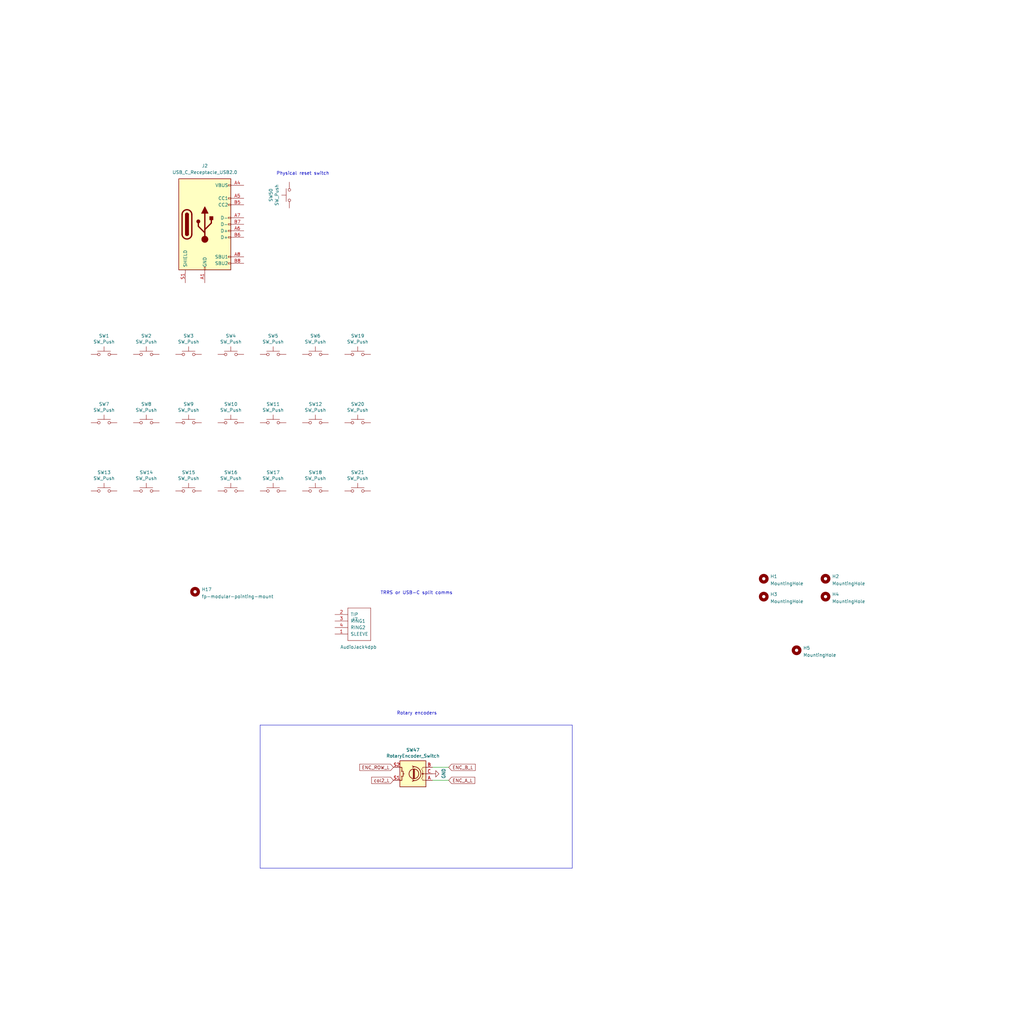
<source format=kicad_sch>
(kicad_sch (version 20230121) (generator eeschema)

  (uuid 61fe293f-6808-4b7f-9340-9aaac7054a97)

  (paper "User" 399.999 399.999)

  (lib_symbols
    (symbol "Connector:USB_C_Receptacle_USB2.0" (pin_names (offset 1.016)) (in_bom yes) (on_board yes)
      (property "Reference" "J" (at -10.16 19.05 0)
        (effects (font (size 1.27 1.27)) (justify left))
      )
      (property "Value" "USB_C_Receptacle_USB2.0" (at 19.05 19.05 0)
        (effects (font (size 1.27 1.27)) (justify right))
      )
      (property "Footprint" "" (at 3.81 0 0)
        (effects (font (size 1.27 1.27)) hide)
      )
      (property "Datasheet" "https://www.usb.org/sites/default/files/documents/usb_type-c.zip" (at 3.81 0 0)
        (effects (font (size 1.27 1.27)) hide)
      )
      (property "ki_keywords" "usb universal serial bus type-C USB2.0" (at 0 0 0)
        (effects (font (size 1.27 1.27)) hide)
      )
      (property "ki_description" "USB 2.0-only Type-C Receptacle connector" (at 0 0 0)
        (effects (font (size 1.27 1.27)) hide)
      )
      (property "ki_fp_filters" "USB*C*Receptacle*" (at 0 0 0)
        (effects (font (size 1.27 1.27)) hide)
      )
      (symbol "USB_C_Receptacle_USB2.0_0_0"
        (rectangle (start -0.254 -17.78) (end 0.254 -16.764)
          (stroke (width 0) (type default))
          (fill (type none))
        )
        (rectangle (start 10.16 -14.986) (end 9.144 -15.494)
          (stroke (width 0) (type default))
          (fill (type none))
        )
        (rectangle (start 10.16 -12.446) (end 9.144 -12.954)
          (stroke (width 0) (type default))
          (fill (type none))
        )
        (rectangle (start 10.16 -4.826) (end 9.144 -5.334)
          (stroke (width 0) (type default))
          (fill (type none))
        )
        (rectangle (start 10.16 -2.286) (end 9.144 -2.794)
          (stroke (width 0) (type default))
          (fill (type none))
        )
        (rectangle (start 10.16 0.254) (end 9.144 -0.254)
          (stroke (width 0) (type default))
          (fill (type none))
        )
        (rectangle (start 10.16 2.794) (end 9.144 2.286)
          (stroke (width 0) (type default))
          (fill (type none))
        )
        (rectangle (start 10.16 7.874) (end 9.144 7.366)
          (stroke (width 0) (type default))
          (fill (type none))
        )
        (rectangle (start 10.16 10.414) (end 9.144 9.906)
          (stroke (width 0) (type default))
          (fill (type none))
        )
        (rectangle (start 10.16 15.494) (end 9.144 14.986)
          (stroke (width 0) (type default))
          (fill (type none))
        )
      )
      (symbol "USB_C_Receptacle_USB2.0_0_1"
        (rectangle (start -10.16 17.78) (end 10.16 -17.78)
          (stroke (width 0.254) (type default))
          (fill (type background))
        )
        (arc (start -8.89 -3.81) (mid -6.985 -5.7067) (end -5.08 -3.81)
          (stroke (width 0.508) (type default))
          (fill (type none))
        )
        (arc (start -7.62 -3.81) (mid -6.985 -4.4423) (end -6.35 -3.81)
          (stroke (width 0.254) (type default))
          (fill (type none))
        )
        (arc (start -7.62 -3.81) (mid -6.985 -4.4423) (end -6.35 -3.81)
          (stroke (width 0.254) (type default))
          (fill (type outline))
        )
        (rectangle (start -7.62 -3.81) (end -6.35 3.81)
          (stroke (width 0.254) (type default))
          (fill (type outline))
        )
        (arc (start -6.35 3.81) (mid -6.985 4.4423) (end -7.62 3.81)
          (stroke (width 0.254) (type default))
          (fill (type none))
        )
        (arc (start -6.35 3.81) (mid -6.985 4.4423) (end -7.62 3.81)
          (stroke (width 0.254) (type default))
          (fill (type outline))
        )
        (arc (start -5.08 3.81) (mid -6.985 5.7067) (end -8.89 3.81)
          (stroke (width 0.508) (type default))
          (fill (type none))
        )
        (circle (center -2.54 1.143) (radius 0.635)
          (stroke (width 0.254) (type default))
          (fill (type outline))
        )
        (circle (center 0 -5.842) (radius 1.27)
          (stroke (width 0) (type default))
          (fill (type outline))
        )
        (polyline
          (pts
            (xy -8.89 -3.81)
            (xy -8.89 3.81)
          )
          (stroke (width 0.508) (type default))
          (fill (type none))
        )
        (polyline
          (pts
            (xy -5.08 3.81)
            (xy -5.08 -3.81)
          )
          (stroke (width 0.508) (type default))
          (fill (type none))
        )
        (polyline
          (pts
            (xy 0 -5.842)
            (xy 0 4.318)
          )
          (stroke (width 0.508) (type default))
          (fill (type none))
        )
        (polyline
          (pts
            (xy 0 -3.302)
            (xy -2.54 -0.762)
            (xy -2.54 0.508)
          )
          (stroke (width 0.508) (type default))
          (fill (type none))
        )
        (polyline
          (pts
            (xy 0 -2.032)
            (xy 2.54 0.508)
            (xy 2.54 1.778)
          )
          (stroke (width 0.508) (type default))
          (fill (type none))
        )
        (polyline
          (pts
            (xy -1.27 4.318)
            (xy 0 6.858)
            (xy 1.27 4.318)
            (xy -1.27 4.318)
          )
          (stroke (width 0.254) (type default))
          (fill (type outline))
        )
        (rectangle (start 1.905 1.778) (end 3.175 3.048)
          (stroke (width 0.254) (type default))
          (fill (type outline))
        )
      )
      (symbol "USB_C_Receptacle_USB2.0_1_1"
        (pin passive line (at 0 -22.86 90) (length 5.08)
          (name "GND" (effects (font (size 1.27 1.27))))
          (number "A1" (effects (font (size 1.27 1.27))))
        )
        (pin passive line (at 0 -22.86 90) (length 5.08) hide
          (name "GND" (effects (font (size 1.27 1.27))))
          (number "A12" (effects (font (size 1.27 1.27))))
        )
        (pin passive line (at 15.24 15.24 180) (length 5.08)
          (name "VBUS" (effects (font (size 1.27 1.27))))
          (number "A4" (effects (font (size 1.27 1.27))))
        )
        (pin bidirectional line (at 15.24 10.16 180) (length 5.08)
          (name "CC1" (effects (font (size 1.27 1.27))))
          (number "A5" (effects (font (size 1.27 1.27))))
        )
        (pin bidirectional line (at 15.24 -2.54 180) (length 5.08)
          (name "D+" (effects (font (size 1.27 1.27))))
          (number "A6" (effects (font (size 1.27 1.27))))
        )
        (pin bidirectional line (at 15.24 2.54 180) (length 5.08)
          (name "D-" (effects (font (size 1.27 1.27))))
          (number "A7" (effects (font (size 1.27 1.27))))
        )
        (pin bidirectional line (at 15.24 -12.7 180) (length 5.08)
          (name "SBU1" (effects (font (size 1.27 1.27))))
          (number "A8" (effects (font (size 1.27 1.27))))
        )
        (pin passive line (at 15.24 15.24 180) (length 5.08) hide
          (name "VBUS" (effects (font (size 1.27 1.27))))
          (number "A9" (effects (font (size 1.27 1.27))))
        )
        (pin passive line (at 0 -22.86 90) (length 5.08) hide
          (name "GND" (effects (font (size 1.27 1.27))))
          (number "B1" (effects (font (size 1.27 1.27))))
        )
        (pin passive line (at 0 -22.86 90) (length 5.08) hide
          (name "GND" (effects (font (size 1.27 1.27))))
          (number "B12" (effects (font (size 1.27 1.27))))
        )
        (pin passive line (at 15.24 15.24 180) (length 5.08) hide
          (name "VBUS" (effects (font (size 1.27 1.27))))
          (number "B4" (effects (font (size 1.27 1.27))))
        )
        (pin bidirectional line (at 15.24 7.62 180) (length 5.08)
          (name "CC2" (effects (font (size 1.27 1.27))))
          (number "B5" (effects (font (size 1.27 1.27))))
        )
        (pin bidirectional line (at 15.24 -5.08 180) (length 5.08)
          (name "D+" (effects (font (size 1.27 1.27))))
          (number "B6" (effects (font (size 1.27 1.27))))
        )
        (pin bidirectional line (at 15.24 0 180) (length 5.08)
          (name "D-" (effects (font (size 1.27 1.27))))
          (number "B7" (effects (font (size 1.27 1.27))))
        )
        (pin bidirectional line (at 15.24 -15.24 180) (length 5.08)
          (name "SBU2" (effects (font (size 1.27 1.27))))
          (number "B8" (effects (font (size 1.27 1.27))))
        )
        (pin passive line (at 15.24 15.24 180) (length 5.08) hide
          (name "VBUS" (effects (font (size 1.27 1.27))))
          (number "B9" (effects (font (size 1.27 1.27))))
        )
        (pin passive line (at -7.62 -22.86 90) (length 5.08)
          (name "SHIELD" (effects (font (size 1.27 1.27))))
          (number "S1" (effects (font (size 1.27 1.27))))
        )
      )
    )
    (symbol "Mechanical:MountingHole" (pin_names (offset 1.016)) (in_bom yes) (on_board yes)
      (property "Reference" "H" (at 0 5.08 0)
        (effects (font (size 1.27 1.27)))
      )
      (property "Value" "MountingHole" (at 0 3.175 0)
        (effects (font (size 1.27 1.27)))
      )
      (property "Footprint" "" (at 0 0 0)
        (effects (font (size 1.27 1.27)) hide)
      )
      (property "Datasheet" "~" (at 0 0 0)
        (effects (font (size 1.27 1.27)) hide)
      )
      (property "ki_keywords" "mounting hole" (at 0 0 0)
        (effects (font (size 1.27 1.27)) hide)
      )
      (property "ki_description" "Mounting Hole without connection" (at 0 0 0)
        (effects (font (size 1.27 1.27)) hide)
      )
      (property "ki_fp_filters" "MountingHole*" (at 0 0 0)
        (effects (font (size 1.27 1.27)) hide)
      )
      (symbol "MountingHole_0_1"
        (circle (center 0 0) (radius 1.27)
          (stroke (width 1.27) (type default))
          (fill (type none))
        )
      )
    )
    (symbol "Switch:SW_Push" (pin_numbers hide) (pin_names (offset 1.016) hide) (in_bom yes) (on_board yes)
      (property "Reference" "SW" (at 1.27 2.54 0)
        (effects (font (size 1.27 1.27)) (justify left))
      )
      (property "Value" "SW_Push" (at 0 -1.524 0)
        (effects (font (size 1.27 1.27)))
      )
      (property "Footprint" "" (at 0 5.08 0)
        (effects (font (size 1.27 1.27)) hide)
      )
      (property "Datasheet" "~" (at 0 5.08 0)
        (effects (font (size 1.27 1.27)) hide)
      )
      (property "ki_keywords" "switch normally-open pushbutton push-button" (at 0 0 0)
        (effects (font (size 1.27 1.27)) hide)
      )
      (property "ki_description" "Push button switch, generic, two pins" (at 0 0 0)
        (effects (font (size 1.27 1.27)) hide)
      )
      (symbol "SW_Push_0_1"
        (circle (center -2.032 0) (radius 0.508)
          (stroke (width 0) (type default))
          (fill (type none))
        )
        (polyline
          (pts
            (xy 0 1.27)
            (xy 0 3.048)
          )
          (stroke (width 0) (type default))
          (fill (type none))
        )
        (polyline
          (pts
            (xy 2.54 1.27)
            (xy -2.54 1.27)
          )
          (stroke (width 0) (type default))
          (fill (type none))
        )
        (circle (center 2.032 0) (radius 0.508)
          (stroke (width 0) (type default))
          (fill (type none))
        )
        (pin passive line (at -5.08 0 0) (length 2.54)
          (name "1" (effects (font (size 1.27 1.27))))
          (number "1" (effects (font (size 1.27 1.27))))
        )
        (pin passive line (at 5.08 0 180) (length 2.54)
          (name "2" (effects (font (size 1.27 1.27))))
          (number "2" (effects (font (size 1.27 1.27))))
        )
      )
    )
    (symbol "ffkb-rescue:RotaryEncoder_Switch-Device" (pin_names (offset 0.254) hide) (in_bom yes) (on_board yes)
      (property "Reference" "SW" (at 0 6.604 0)
        (effects (font (size 1.27 1.27)))
      )
      (property "Value" "RotaryEncoder_Switch-Device" (at 0 -6.604 0)
        (effects (font (size 1.27 1.27)))
      )
      (property "Footprint" "" (at -3.81 4.064 0)
        (effects (font (size 1.27 1.27)) hide)
      )
      (property "Datasheet" "" (at 0 6.604 0)
        (effects (font (size 1.27 1.27)) hide)
      )
      (property "ki_fp_filters" "RotaryEncoder*Switch*" (at 0 0 0)
        (effects (font (size 1.27 1.27)) hide)
      )
      (symbol "RotaryEncoder_Switch-Device_0_1"
        (rectangle (start -5.08 5.08) (end 5.08 -5.08)
          (stroke (width 0.254) (type default))
          (fill (type background))
        )
        (circle (center -3.81 0) (radius 0.254)
          (stroke (width 0) (type default))
          (fill (type outline))
        )
        (circle (center -0.381 0) (radius 1.905)
          (stroke (width 0.254) (type default))
          (fill (type none))
        )
        (arc (start -0.381 2.667) (mid -3.0988 -0.0635) (end -0.381 -2.794)
          (stroke (width 0.254) (type default))
          (fill (type none))
        )
        (polyline
          (pts
            (xy -0.635 -1.778)
            (xy -0.635 1.778)
          )
          (stroke (width 0.254) (type default))
          (fill (type none))
        )
        (polyline
          (pts
            (xy -0.381 -1.778)
            (xy -0.381 1.778)
          )
          (stroke (width 0.254) (type default))
          (fill (type none))
        )
        (polyline
          (pts
            (xy -0.127 1.778)
            (xy -0.127 -1.778)
          )
          (stroke (width 0.254) (type default))
          (fill (type none))
        )
        (polyline
          (pts
            (xy 3.81 0)
            (xy 3.429 0)
          )
          (stroke (width 0.254) (type default))
          (fill (type none))
        )
        (polyline
          (pts
            (xy 3.81 1.016)
            (xy 3.81 -1.016)
          )
          (stroke (width 0.254) (type default))
          (fill (type none))
        )
        (polyline
          (pts
            (xy -5.08 -2.54)
            (xy -3.81 -2.54)
            (xy -3.81 -2.032)
          )
          (stroke (width 0) (type default))
          (fill (type none))
        )
        (polyline
          (pts
            (xy -5.08 2.54)
            (xy -3.81 2.54)
            (xy -3.81 2.032)
          )
          (stroke (width 0) (type default))
          (fill (type none))
        )
        (polyline
          (pts
            (xy 0.254 -3.048)
            (xy -0.508 -2.794)
            (xy 0.127 -2.413)
          )
          (stroke (width 0.254) (type default))
          (fill (type none))
        )
        (polyline
          (pts
            (xy 0.254 2.921)
            (xy -0.508 2.667)
            (xy 0.127 2.286)
          )
          (stroke (width 0.254) (type default))
          (fill (type none))
        )
        (polyline
          (pts
            (xy 5.08 -2.54)
            (xy 4.318 -2.54)
            (xy 4.318 -1.016)
          )
          (stroke (width 0.254) (type default))
          (fill (type none))
        )
        (polyline
          (pts
            (xy 5.08 2.54)
            (xy 4.318 2.54)
            (xy 4.318 1.016)
          )
          (stroke (width 0.254) (type default))
          (fill (type none))
        )
        (polyline
          (pts
            (xy -5.08 0)
            (xy -3.81 0)
            (xy -3.81 -1.016)
            (xy -3.302 -2.032)
          )
          (stroke (width 0) (type default))
          (fill (type none))
        )
        (polyline
          (pts
            (xy -4.318 0)
            (xy -3.81 0)
            (xy -3.81 1.016)
            (xy -3.302 2.032)
          )
          (stroke (width 0) (type default))
          (fill (type none))
        )
        (circle (center 4.318 -1.016) (radius 0.127)
          (stroke (width 0.254) (type default))
          (fill (type none))
        )
        (circle (center 4.318 1.016) (radius 0.127)
          (stroke (width 0.254) (type default))
          (fill (type none))
        )
      )
      (symbol "RotaryEncoder_Switch-Device_1_1"
        (pin passive line (at -7.62 2.54 0) (length 2.54)
          (name "A" (effects (font (size 1.27 1.27))))
          (number "A" (effects (font (size 1.27 1.27))))
        )
        (pin passive line (at -7.62 -2.54 0) (length 2.54)
          (name "B" (effects (font (size 1.27 1.27))))
          (number "B" (effects (font (size 1.27 1.27))))
        )
        (pin passive line (at -7.62 0 0) (length 2.54)
          (name "C" (effects (font (size 1.27 1.27))))
          (number "C" (effects (font (size 1.27 1.27))))
        )
        (pin passive line (at 7.62 2.54 180) (length 2.54)
          (name "S1" (effects (font (size 1.27 1.27))))
          (number "S1" (effects (font (size 1.27 1.27))))
        )
        (pin passive line (at 7.62 -2.54 180) (length 2.54)
          (name "S2" (effects (font (size 1.27 1.27))))
          (number "S2" (effects (font (size 1.27 1.27))))
        )
      )
    )
    (symbol "keebio:TRRS" (pin_names (offset 1.016)) (in_bom yes) (on_board yes)
      (property "Reference" "U" (at 0 15.24 0)
        (effects (font (size 1.524 1.524)))
      )
      (property "Value" "TRRS" (at 0 -2.54 0)
        (effects (font (size 1.524 1.524)))
      )
      (property "Footprint" "" (at 3.81 0 0)
        (effects (font (size 1.524 1.524)) hide)
      )
      (property "Datasheet" "" (at 3.81 0 0)
        (effects (font (size 1.524 1.524)) hide)
      )
      (symbol "TRRS_0_1"
        (rectangle (start -3.81 0) (end -3.81 12.7)
          (stroke (width 0) (type default))
          (fill (type none))
        )
        (rectangle (start -3.81 12.7) (end 5.08 12.7)
          (stroke (width 0) (type default))
          (fill (type none))
        )
        (rectangle (start 5.08 0) (end -3.81 0)
          (stroke (width 0) (type default))
          (fill (type none))
        )
        (rectangle (start 5.08 12.7) (end 5.08 0)
          (stroke (width 0) (type default))
          (fill (type none))
        )
      )
      (symbol "TRRS_1_1"
        (pin input line (at -8.89 2.54 0) (length 5.08)
          (name "SLEEVE" (effects (font (size 1.27 1.27))))
          (number "1" (effects (font (size 1.27 1.27))))
        )
        (pin input line (at -8.89 10.16 0) (length 5.08)
          (name "TIP" (effects (font (size 1.27 1.27))))
          (number "2" (effects (font (size 1.27 1.27))))
        )
        (pin input line (at -8.89 7.62 0) (length 5.08)
          (name "RING1" (effects (font (size 1.27 1.27))))
          (number "3" (effects (font (size 1.27 1.27))))
        )
        (pin input line (at -8.89 5.08 0) (length 5.08)
          (name "RING2" (effects (font (size 1.27 1.27))))
          (number "4" (effects (font (size 1.27 1.27))))
        )
      )
    )
    (symbol "power:GND" (power) (pin_names (offset 0)) (in_bom yes) (on_board yes)
      (property "Reference" "#PWR" (at 0 -6.35 0)
        (effects (font (size 1.27 1.27)) hide)
      )
      (property "Value" "GND" (at 0 -3.81 0)
        (effects (font (size 1.27 1.27)))
      )
      (property "Footprint" "" (at 0 0 0)
        (effects (font (size 1.27 1.27)) hide)
      )
      (property "Datasheet" "" (at 0 0 0)
        (effects (font (size 1.27 1.27)) hide)
      )
      (property "ki_keywords" "power-flag" (at 0 0 0)
        (effects (font (size 1.27 1.27)) hide)
      )
      (property "ki_description" "Power symbol creates a global label with name \"GND\" , ground" (at 0 0 0)
        (effects (font (size 1.27 1.27)) hide)
      )
      (symbol "GND_0_1"
        (polyline
          (pts
            (xy 0 0)
            (xy 0 -1.27)
            (xy 1.27 -1.27)
            (xy 0 -2.54)
            (xy -1.27 -1.27)
            (xy 0 -1.27)
          )
          (stroke (width 0) (type default))
          (fill (type none))
        )
      )
      (symbol "GND_1_1"
        (pin power_in line (at 0 0 270) (length 0) hide
          (name "GND" (effects (font (size 1.27 1.27))))
          (number "1" (effects (font (size 1.27 1.27))))
        )
      )
    )
  )


  (polyline (pts (xy 223.52 339.09) (xy 223.52 283.21))
    (stroke (width 0) (type default))
    (uuid 41e362e1-f999-4b83-9641-448052b4ebe8)
  )
  (polyline (pts (xy 223.52 283.21) (xy 101.6 283.21))
    (stroke (width 0) (type default))
    (uuid 540dbb06-caf6-4dfe-abd7-cda33e75c9ae)
  )
  (polyline (pts (xy 101.6 339.09) (xy 223.52 339.09))
    (stroke (width 0) (type default))
    (uuid 7e543aee-2c59-45a2-b035-137f47666ff2)
  )
  (polyline (pts (xy 101.6 283.21) (xy 101.6 339.09))
    (stroke (width 0) (type default))
    (uuid dc211077-f013-4a6f-84c1-d6ee5b5bed9e)
  )

  (wire (pts (xy 168.91 299.72) (xy 175.26 299.72))
    (stroke (width 0) (type default))
    (uuid ec19e519-279b-4d08-8288-be58fe8a8d44)
  )
  (wire (pts (xy 168.91 304.8) (xy 175.26 304.8))
    (stroke (width 0) (type default))
    (uuid f5f503b5-f93a-4eb0-a9b7-af9692dd025f)
  )

  (text "Rotary encoders" (at 154.94 279.4 0)
    (effects (font (size 1.27 1.27)) (justify left bottom))
    (uuid 0dade29c-aecc-4c97-9e20-132ddba641ee)
  )
  (text "Physical reset switch" (at 107.95 68.58 0)
    (effects (font (size 1.27 1.27)) (justify left bottom))
    (uuid 636404ce-de6c-4052-9e31-1223fc69433c)
  )
  (text "TRRS or USB-C split comms" (at 148.59 232.41 0)
    (effects (font (size 1.27 1.27)) (justify left bottom))
    (uuid be9519a5-57cb-406c-92b0-68e5e3d8c624)
  )

  (global_label "col2_L" (shape input) (at 153.67 304.8 180) (fields_autoplaced)
    (effects (font (size 1.27 1.27)) (justify right))
    (uuid 40ffcf43-8676-4ace-9bdb-371af15cccca)
    (property "Intersheetrefs" "${INTERSHEET_REFS}" (at 145.2377 304.8794 0)
      (effects (font (size 1.27 1.27)) (justify right) hide)
    )
  )
  (global_label "ENC_A_L" (shape input) (at 175.26 304.8 0) (fields_autoplaced)
    (effects (font (size 1.27 1.27)) (justify left))
    (uuid 684b317f-96b2-4563-94b7-a9f9dbce19d3)
    (property "Intersheetrefs" "${INTERSHEET_REFS}" (at 185.3856 304.7206 0)
      (effects (font (size 1.27 1.27)) (justify left) hide)
    )
  )
  (global_label "ENC_ROW_L" (shape input) (at 153.67 299.72 180) (fields_autoplaced)
    (effects (font (size 1.27 1.27)) (justify right))
    (uuid dfe6c11e-acd8-45c9-8af6-9efa9ad526f6)
    (property "Intersheetrefs" "${INTERSHEET_REFS}" (at 140.581 299.6406 0)
      (effects (font (size 1.27 1.27)) (justify right) hide)
    )
  )
  (global_label "ENC_B_L" (shape input) (at 175.26 299.72 0) (fields_autoplaced)
    (effects (font (size 1.27 1.27)) (justify left))
    (uuid fc4ead07-2c75-4f81-b5b2-9b940d5c0fbf)
    (property "Intersheetrefs" "${INTERSHEET_REFS}" (at 185.5671 299.6406 0)
      (effects (font (size 1.27 1.27)) (justify left) hide)
    )
  )

  (symbol (lib_id "Switch:SW_Push") (at 57.15 138.43 0) (unit 1)
    (in_bom yes) (on_board yes) (dnp no)
    (uuid 00000000-0000-0000-0000-000060ed53a1)
    (property "Reference" "SW2" (at 57.15 131.191 0)
      (effects (font (size 1.27 1.27)))
    )
    (property "Value" "SW_Push" (at 57.15 133.5024 0)
      (effects (font (size 1.27 1.27)))
    )
    (property "Footprint" "fingerpunch-plates:switch-cutout-mx" (at 57.15 133.35 0)
      (effects (font (size 1.27 1.27)) hide)
    )
    (property "Datasheet" "~" (at 57.15 133.35 0)
      (effects (font (size 1.27 1.27)) hide)
    )
    (pin "1" (uuid d9d563e7-1a6a-4799-a2f3-85a99db9a544))
    (pin "2" (uuid ff24373c-2038-4f59-9f8c-0503525a62b7))
    (instances
      (project "ximi-plates-pointing-device-template"
        (path "/61fe293f-6808-4b7f-9340-9aaac7054a97"
          (reference "SW2") (unit 1)
        )
      )
    )
  )

  (symbol (lib_id "Switch:SW_Push") (at 73.66 138.43 0) (unit 1)
    (in_bom yes) (on_board yes) (dnp no)
    (uuid 00000000-0000-0000-0000-000060ee975d)
    (property "Reference" "SW3" (at 73.66 131.191 0)
      (effects (font (size 1.27 1.27)))
    )
    (property "Value" "SW_Push" (at 73.66 133.5024 0)
      (effects (font (size 1.27 1.27)))
    )
    (property "Footprint" "fingerpunch-plates:switch-cutout-mx" (at 73.66 133.35 0)
      (effects (font (size 1.27 1.27)) hide)
    )
    (property "Datasheet" "~" (at 73.66 133.35 0)
      (effects (font (size 1.27 1.27)) hide)
    )
    (pin "1" (uuid 952eb6d2-2954-4111-a5a8-f0a4d5f90c38))
    (pin "2" (uuid b80eaa86-2010-44e1-a77e-325d4cca16f7))
    (instances
      (project "ximi-plates-pointing-device-template"
        (path "/61fe293f-6808-4b7f-9340-9aaac7054a97"
          (reference "SW3") (unit 1)
        )
      )
    )
  )

  (symbol (lib_id "Switch:SW_Push") (at 90.17 138.43 0) (unit 1)
    (in_bom yes) (on_board yes) (dnp no)
    (uuid 00000000-0000-0000-0000-000060eed265)
    (property "Reference" "SW4" (at 90.17 131.191 0)
      (effects (font (size 1.27 1.27)))
    )
    (property "Value" "SW_Push" (at 90.17 133.5024 0)
      (effects (font (size 1.27 1.27)))
    )
    (property "Footprint" "fingerpunch-plates:switch-cutout-mx" (at 90.17 133.35 0)
      (effects (font (size 1.27 1.27)) hide)
    )
    (property "Datasheet" "~" (at 90.17 133.35 0)
      (effects (font (size 1.27 1.27)) hide)
    )
    (pin "1" (uuid 00dcf642-2107-4639-8754-6e915c1b9aa8))
    (pin "2" (uuid 33f5878c-5246-435a-be5b-77cb5fb58e5e))
    (instances
      (project "ximi-plates-pointing-device-template"
        (path "/61fe293f-6808-4b7f-9340-9aaac7054a97"
          (reference "SW4") (unit 1)
        )
      )
    )
  )

  (symbol (lib_id "Switch:SW_Push") (at 106.68 138.43 0) (unit 1)
    (in_bom yes) (on_board yes) (dnp no)
    (uuid 00000000-0000-0000-0000-000060eed275)
    (property "Reference" "SW5" (at 106.68 131.191 0)
      (effects (font (size 1.27 1.27)))
    )
    (property "Value" "SW_Push" (at 106.68 133.5024 0)
      (effects (font (size 1.27 1.27)))
    )
    (property "Footprint" "fingerpunch-plates:switch-cutout-mx" (at 106.68 133.35 0)
      (effects (font (size 1.27 1.27)) hide)
    )
    (property "Datasheet" "~" (at 106.68 133.35 0)
      (effects (font (size 1.27 1.27)) hide)
    )
    (pin "1" (uuid ceded776-8101-4dc2-bf0c-c68067368bff))
    (pin "2" (uuid d8735775-66e9-48f1-ad25-a0cb7a5ab2e7))
    (instances
      (project "ximi-plates-pointing-device-template"
        (path "/61fe293f-6808-4b7f-9340-9aaac7054a97"
          (reference "SW5") (unit 1)
        )
      )
    )
  )

  (symbol (lib_id "Switch:SW_Push") (at 123.19 138.43 0) (unit 1)
    (in_bom yes) (on_board yes) (dnp no)
    (uuid 00000000-0000-0000-0000-000060ef09f2)
    (property "Reference" "SW6" (at 123.19 131.191 0)
      (effects (font (size 1.27 1.27)))
    )
    (property "Value" "SW_Push" (at 123.19 133.5024 0)
      (effects (font (size 1.27 1.27)))
    )
    (property "Footprint" "fingerpunch-plates:switch-cutout-mx" (at 123.19 133.35 0)
      (effects (font (size 1.27 1.27)) hide)
    )
    (property "Datasheet" "~" (at 123.19 133.35 0)
      (effects (font (size 1.27 1.27)) hide)
    )
    (pin "1" (uuid d2312d0b-83c5-4de4-8a71-5555bab4aa14))
    (pin "2" (uuid a02abe2f-a70b-4da2-9984-7202e6cddfd0))
    (instances
      (project "ximi-plates-pointing-device-template"
        (path "/61fe293f-6808-4b7f-9340-9aaac7054a97"
          (reference "SW6") (unit 1)
        )
      )
    )
  )

  (symbol (lib_id "Switch:SW_Push") (at 139.7 138.43 0) (unit 1)
    (in_bom yes) (on_board yes) (dnp no)
    (uuid 00000000-0000-0000-0000-000060ef0a02)
    (property "Reference" "SW19" (at 139.7 131.191 0)
      (effects (font (size 1.27 1.27)))
    )
    (property "Value" "SW_Push" (at 139.7 133.5024 0)
      (effects (font (size 1.27 1.27)))
    )
    (property "Footprint" "fingerpunch-plates:switch-cutout-mx" (at 139.7 133.35 0)
      (effects (font (size 1.27 1.27)) hide)
    )
    (property "Datasheet" "~" (at 139.7 133.35 0)
      (effects (font (size 1.27 1.27)) hide)
    )
    (pin "1" (uuid 61cedf16-9450-4fff-8022-dc881e9dd40d))
    (pin "2" (uuid a5c72095-2fa8-45cf-ba49-f89bd3f05498))
    (instances
      (project "ximi-plates-pointing-device-template"
        (path "/61fe293f-6808-4b7f-9340-9aaac7054a97"
          (reference "SW19") (unit 1)
        )
      )
    )
  )

  (symbol (lib_id "Switch:SW_Push") (at 57.15 165.1 0) (unit 1)
    (in_bom yes) (on_board yes) (dnp no)
    (uuid 00000000-0000-0000-0000-000060ef4e18)
    (property "Reference" "SW8" (at 57.15 157.861 0)
      (effects (font (size 1.27 1.27)))
    )
    (property "Value" "SW_Push" (at 57.15 160.1724 0)
      (effects (font (size 1.27 1.27)))
    )
    (property "Footprint" "fingerpunch-plates:switch-cutout-mx" (at 57.15 160.02 0)
      (effects (font (size 1.27 1.27)) hide)
    )
    (property "Datasheet" "~" (at 57.15 160.02 0)
      (effects (font (size 1.27 1.27)) hide)
    )
    (pin "1" (uuid fd6c9792-9fbd-461e-8c10-40765aa8fc1a))
    (pin "2" (uuid 4dc172c9-8d82-488c-a618-cabc47686492))
    (instances
      (project "ximi-plates-pointing-device-template"
        (path "/61fe293f-6808-4b7f-9340-9aaac7054a97"
          (reference "SW8") (unit 1)
        )
      )
    )
  )

  (symbol (lib_id "Switch:SW_Push") (at 73.66 165.1 0) (unit 1)
    (in_bom yes) (on_board yes) (dnp no)
    (uuid 00000000-0000-0000-0000-000060ef4e28)
    (property "Reference" "SW9" (at 73.66 157.861 0)
      (effects (font (size 1.27 1.27)))
    )
    (property "Value" "SW_Push" (at 73.66 160.1724 0)
      (effects (font (size 1.27 1.27)))
    )
    (property "Footprint" "fingerpunch-plates:switch-cutout-mx" (at 73.66 160.02 0)
      (effects (font (size 1.27 1.27)) hide)
    )
    (property "Datasheet" "~" (at 73.66 160.02 0)
      (effects (font (size 1.27 1.27)) hide)
    )
    (pin "1" (uuid 83f398ab-4539-47c5-b26a-93ca54378770))
    (pin "2" (uuid a218eb0a-a093-4d2d-bf68-3e0c486b09f2))
    (instances
      (project "ximi-plates-pointing-device-template"
        (path "/61fe293f-6808-4b7f-9340-9aaac7054a97"
          (reference "SW9") (unit 1)
        )
      )
    )
  )

  (symbol (lib_id "Switch:SW_Push") (at 90.17 165.1 0) (unit 1)
    (in_bom yes) (on_board yes) (dnp no)
    (uuid 00000000-0000-0000-0000-000060ef914b)
    (property "Reference" "SW10" (at 90.17 157.861 0)
      (effects (font (size 1.27 1.27)))
    )
    (property "Value" "SW_Push" (at 90.17 160.1724 0)
      (effects (font (size 1.27 1.27)))
    )
    (property "Footprint" "fingerpunch-plates:switch-cutout-mx" (at 90.17 160.02 0)
      (effects (font (size 1.27 1.27)) hide)
    )
    (property "Datasheet" "~" (at 90.17 160.02 0)
      (effects (font (size 1.27 1.27)) hide)
    )
    (pin "1" (uuid 868912b0-f8d9-4aad-90dc-8a4849207863))
    (pin "2" (uuid 8a505398-540e-46de-a991-856521182072))
    (instances
      (project "ximi-plates-pointing-device-template"
        (path "/61fe293f-6808-4b7f-9340-9aaac7054a97"
          (reference "SW10") (unit 1)
        )
      )
    )
  )

  (symbol (lib_id "Switch:SW_Push") (at 106.68 165.1 0) (unit 1)
    (in_bom yes) (on_board yes) (dnp no)
    (uuid 00000000-0000-0000-0000-000060ef915b)
    (property "Reference" "SW11" (at 106.68 157.861 0)
      (effects (font (size 1.27 1.27)))
    )
    (property "Value" "SW_Push" (at 106.68 160.1724 0)
      (effects (font (size 1.27 1.27)))
    )
    (property "Footprint" "fingerpunch-plates:switch-cutout-mx" (at 106.68 160.02 0)
      (effects (font (size 1.27 1.27)) hide)
    )
    (property "Datasheet" "~" (at 106.68 160.02 0)
      (effects (font (size 1.27 1.27)) hide)
    )
    (pin "1" (uuid fa42807d-0c15-4036-8b55-a76fa1c09146))
    (pin "2" (uuid 0e89514b-5a61-4aea-a61a-056b3205af2f))
    (instances
      (project "ximi-plates-pointing-device-template"
        (path "/61fe293f-6808-4b7f-9340-9aaac7054a97"
          (reference "SW11") (unit 1)
        )
      )
    )
  )

  (symbol (lib_id "Switch:SW_Push") (at 123.19 165.1 0) (unit 1)
    (in_bom yes) (on_board yes) (dnp no)
    (uuid 00000000-0000-0000-0000-000060efe98f)
    (property "Reference" "SW12" (at 123.19 157.861 0)
      (effects (font (size 1.27 1.27)))
    )
    (property "Value" "SW_Push" (at 123.19 160.1724 0)
      (effects (font (size 1.27 1.27)))
    )
    (property "Footprint" "fingerpunch-plates:switch-cutout-mx" (at 123.19 160.02 0)
      (effects (font (size 1.27 1.27)) hide)
    )
    (property "Datasheet" "~" (at 123.19 160.02 0)
      (effects (font (size 1.27 1.27)) hide)
    )
    (pin "1" (uuid 1cde62e2-a133-4b92-8538-a7292a812f08))
    (pin "2" (uuid ae91ad65-c9c5-4483-91e5-d32d6ba8a04c))
    (instances
      (project "ximi-plates-pointing-device-template"
        (path "/61fe293f-6808-4b7f-9340-9aaac7054a97"
          (reference "SW12") (unit 1)
        )
      )
    )
  )

  (symbol (lib_id "Switch:SW_Push") (at 139.7 191.77 0) (unit 1)
    (in_bom yes) (on_board yes) (dnp no)
    (uuid 00000000-0000-0000-0000-000060efe99f)
    (property "Reference" "SW21" (at 139.7 184.531 0)
      (effects (font (size 1.27 1.27)))
    )
    (property "Value" "SW_Push" (at 139.7 186.8424 0)
      (effects (font (size 1.27 1.27)))
    )
    (property "Footprint" "fingerpunch-plates:switch-cutout-mx" (at 139.7 186.69 0)
      (effects (font (size 1.27 1.27)) hide)
    )
    (property "Datasheet" "~" (at 139.7 186.69 0)
      (effects (font (size 1.27 1.27)) hide)
    )
    (pin "1" (uuid debe5b34-8d5e-4674-b56d-60c671acdebd))
    (pin "2" (uuid 07fa7ddb-4cb4-434a-b00c-5858d217f21d))
    (instances
      (project "ximi-plates-pointing-device-template"
        (path "/61fe293f-6808-4b7f-9340-9aaac7054a97"
          (reference "SW21") (unit 1)
        )
      )
    )
  )

  (symbol (lib_id "Switch:SW_Push") (at 57.15 191.77 0) (unit 1)
    (in_bom yes) (on_board yes) (dnp no)
    (uuid 00000000-0000-0000-0000-000060f037b7)
    (property "Reference" "SW14" (at 57.15 184.531 0)
      (effects (font (size 1.27 1.27)))
    )
    (property "Value" "SW_Push" (at 57.15 186.8424 0)
      (effects (font (size 1.27 1.27)))
    )
    (property "Footprint" "fingerpunch-plates:switch-cutout-mx" (at 57.15 186.69 0)
      (effects (font (size 1.27 1.27)) hide)
    )
    (property "Datasheet" "~" (at 57.15 186.69 0)
      (effects (font (size 1.27 1.27)) hide)
    )
    (pin "1" (uuid 58901d3c-983a-4aaa-aaf6-d3db52d0efa8))
    (pin "2" (uuid 250d4f0d-e87a-4d97-a116-bcd7cc7a08cb))
    (instances
      (project "ximi-plates-pointing-device-template"
        (path "/61fe293f-6808-4b7f-9340-9aaac7054a97"
          (reference "SW14") (unit 1)
        )
      )
    )
  )

  (symbol (lib_id "Switch:SW_Push") (at 73.66 191.77 0) (unit 1)
    (in_bom yes) (on_board yes) (dnp no)
    (uuid 00000000-0000-0000-0000-000060f037c7)
    (property "Reference" "SW15" (at 73.66 184.531 0)
      (effects (font (size 1.27 1.27)))
    )
    (property "Value" "SW_Push" (at 73.66 186.8424 0)
      (effects (font (size 1.27 1.27)))
    )
    (property "Footprint" "fingerpunch-plates:switch-cutout-mx" (at 73.66 186.69 0)
      (effects (font (size 1.27 1.27)) hide)
    )
    (property "Datasheet" "~" (at 73.66 186.69 0)
      (effects (font (size 1.27 1.27)) hide)
    )
    (pin "1" (uuid 5a780693-61fc-4761-9222-04a74a231d69))
    (pin "2" (uuid ece57487-be6d-4560-914c-432dd6fb27a0))
    (instances
      (project "ximi-plates-pointing-device-template"
        (path "/61fe293f-6808-4b7f-9340-9aaac7054a97"
          (reference "SW15") (unit 1)
        )
      )
    )
  )

  (symbol (lib_id "Switch:SW_Push") (at 90.17 191.77 0) (unit 1)
    (in_bom yes) (on_board yes) (dnp no)
    (uuid 00000000-0000-0000-0000-000060f08376)
    (property "Reference" "SW16" (at 90.17 184.531 0)
      (effects (font (size 1.27 1.27)))
    )
    (property "Value" "SW_Push" (at 90.17 186.8424 0)
      (effects (font (size 1.27 1.27)))
    )
    (property "Footprint" "fingerpunch-plates:switch-cutout-mx" (at 90.17 186.69 0)
      (effects (font (size 1.27 1.27)) hide)
    )
    (property "Datasheet" "~" (at 90.17 186.69 0)
      (effects (font (size 1.27 1.27)) hide)
    )
    (pin "1" (uuid 5d0bfb87-2966-4511-a2f2-200a11366799))
    (pin "2" (uuid 9e949464-7ffd-49d4-a5a5-7bdcdb22ae80))
    (instances
      (project "ximi-plates-pointing-device-template"
        (path "/61fe293f-6808-4b7f-9340-9aaac7054a97"
          (reference "SW16") (unit 1)
        )
      )
    )
  )

  (symbol (lib_id "Switch:SW_Push") (at 106.68 191.77 0) (unit 1)
    (in_bom yes) (on_board yes) (dnp no)
    (uuid 00000000-0000-0000-0000-000060f08386)
    (property "Reference" "SW17" (at 106.68 184.531 0)
      (effects (font (size 1.27 1.27)))
    )
    (property "Value" "SW_Push" (at 106.68 186.8424 0)
      (effects (font (size 1.27 1.27)))
    )
    (property "Footprint" "fingerpunch-plates:switch-cutout-mx" (at 106.68 186.69 0)
      (effects (font (size 1.27 1.27)) hide)
    )
    (property "Datasheet" "~" (at 106.68 186.69 0)
      (effects (font (size 1.27 1.27)) hide)
    )
    (pin "1" (uuid d03ca063-dbcc-4fbd-a2b8-a81cb6f5133e))
    (pin "2" (uuid 8045931b-15d4-4958-aba7-d39303dd1058))
    (instances
      (project "ximi-plates-pointing-device-template"
        (path "/61fe293f-6808-4b7f-9340-9aaac7054a97"
          (reference "SW17") (unit 1)
        )
      )
    )
  )

  (symbol (lib_id "Switch:SW_Push") (at 123.19 191.77 0) (unit 1)
    (in_bom yes) (on_board yes) (dnp no)
    (uuid 00000000-0000-0000-0000-000060f0de0f)
    (property "Reference" "SW18" (at 123.19 184.531 0)
      (effects (font (size 1.27 1.27)))
    )
    (property "Value" "SW_Push" (at 123.19 186.8424 0)
      (effects (font (size 1.27 1.27)))
    )
    (property "Footprint" "fingerpunch-plates:switch-cutout-mx" (at 123.19 186.69 0)
      (effects (font (size 1.27 1.27)) hide)
    )
    (property "Datasheet" "~" (at 123.19 186.69 0)
      (effects (font (size 1.27 1.27)) hide)
    )
    (pin "1" (uuid 1bd7038c-ccc5-4dc1-851d-aaabf77206fe))
    (pin "2" (uuid ff41b5c0-eafe-4fa6-887b-852f5806da3a))
    (instances
      (project "ximi-plates-pointing-device-template"
        (path "/61fe293f-6808-4b7f-9340-9aaac7054a97"
          (reference "SW18") (unit 1)
        )
      )
    )
  )

  (symbol (lib_id "Switch:SW_Push") (at 139.7 165.1 0) (unit 1)
    (in_bom yes) (on_board yes) (dnp no)
    (uuid 00000000-0000-0000-0000-000060f79c1f)
    (property "Reference" "SW20" (at 139.7 157.861 0)
      (effects (font (size 1.27 1.27)))
    )
    (property "Value" "SW_Push" (at 139.7 160.1724 0)
      (effects (font (size 1.27 1.27)))
    )
    (property "Footprint" "fingerpunch-plates:switch-cutout-mx" (at 139.7 160.02 0)
      (effects (font (size 1.27 1.27)) hide)
    )
    (property "Datasheet" "~" (at 139.7 160.02 0)
      (effects (font (size 1.27 1.27)) hide)
    )
    (pin "1" (uuid d166c03e-cd4b-4a5b-bb70-a7218f31b575))
    (pin "2" (uuid 837f1da1-c297-4591-bc6e-b2da5f018fbd))
    (instances
      (project "ximi-plates-pointing-device-template"
        (path "/61fe293f-6808-4b7f-9340-9aaac7054a97"
          (reference "SW20") (unit 1)
        )
      )
    )
  )

  (symbol (lib_id "Switch:SW_Push") (at 40.64 138.43 0) (unit 1)
    (in_bom yes) (on_board yes) (dnp no)
    (uuid 00000000-0000-0000-0000-000061cf878a)
    (property "Reference" "SW1" (at 40.64 131.191 0)
      (effects (font (size 1.27 1.27)))
    )
    (property "Value" "SW_Push" (at 40.64 133.5024 0)
      (effects (font (size 1.27 1.27)))
    )
    (property "Footprint" "fingerpunch-plates:switch-cutout-mx" (at 40.64 133.35 0)
      (effects (font (size 1.27 1.27)) hide)
    )
    (property "Datasheet" "~" (at 40.64 133.35 0)
      (effects (font (size 1.27 1.27)) hide)
    )
    (pin "1" (uuid 33f9003b-cbe2-4dc7-9288-a0db021e45b1))
    (pin "2" (uuid 0608391e-b202-4612-a73b-a670d65cd261))
    (instances
      (project "ximi-plates-pointing-device-template"
        (path "/61fe293f-6808-4b7f-9340-9aaac7054a97"
          (reference "SW1") (unit 1)
        )
      )
    )
  )

  (symbol (lib_id "Switch:SW_Push") (at 40.64 165.1 0) (unit 1)
    (in_bom yes) (on_board yes) (dnp no)
    (uuid 00000000-0000-0000-0000-000061cf8798)
    (property "Reference" "SW7" (at 40.64 157.861 0)
      (effects (font (size 1.27 1.27)))
    )
    (property "Value" "SW_Push" (at 40.64 160.1724 0)
      (effects (font (size 1.27 1.27)))
    )
    (property "Footprint" "fingerpunch-plates:switch-cutout-mx" (at 40.64 160.02 0)
      (effects (font (size 1.27 1.27)) hide)
    )
    (property "Datasheet" "~" (at 40.64 160.02 0)
      (effects (font (size 1.27 1.27)) hide)
    )
    (pin "1" (uuid 5013c67f-06e0-4f80-aed9-bc6aab34c225))
    (pin "2" (uuid 453f9340-906d-4aa8-b05c-f55f68566bd0))
    (instances
      (project "ximi-plates-pointing-device-template"
        (path "/61fe293f-6808-4b7f-9340-9aaac7054a97"
          (reference "SW7") (unit 1)
        )
      )
    )
  )

  (symbol (lib_id "Switch:SW_Push") (at 40.64 191.77 0) (unit 1)
    (in_bom yes) (on_board yes) (dnp no)
    (uuid 00000000-0000-0000-0000-000061cf87a6)
    (property "Reference" "SW13" (at 40.64 184.531 0)
      (effects (font (size 1.27 1.27)))
    )
    (property "Value" "SW_Push" (at 40.64 186.8424 0)
      (effects (font (size 1.27 1.27)))
    )
    (property "Footprint" "fingerpunch-plates:switch-cutout-mx" (at 40.64 186.69 0)
      (effects (font (size 1.27 1.27)) hide)
    )
    (property "Datasheet" "~" (at 40.64 186.69 0)
      (effects (font (size 1.27 1.27)) hide)
    )
    (pin "1" (uuid 39ba231d-e017-4a0f-a40c-d7bc6a7d019c))
    (pin "2" (uuid 6e0b4302-d46b-471c-b060-79e2c3c8a5dd))
    (instances
      (project "ximi-plates-pointing-device-template"
        (path "/61fe293f-6808-4b7f-9340-9aaac7054a97"
          (reference "SW13") (unit 1)
        )
      )
    )
  )

  (symbol (lib_id "Mechanical:MountingHole") (at 311.15 254 0) (unit 1)
    (in_bom yes) (on_board yes) (dnp no) (fields_autoplaced)
    (uuid 0548a9e1-69a6-4b2b-8073-dd76d04d3e0b)
    (property "Reference" "H5" (at 313.69 253.0915 0)
      (effects (font (size 1.27 1.27)) (justify left))
    )
    (property "Value" "MountingHole" (at 313.69 255.8666 0)
      (effects (font (size 1.27 1.27)) (justify left))
    )
    (property "Footprint" "fingerpunch-plates:MountingHole_2.2mm_M2_DIN965_Pad" (at 311.15 254 0)
      (effects (font (size 1.27 1.27)) hide)
    )
    (property "Datasheet" "~" (at 311.15 254 0)
      (effects (font (size 1.27 1.27)) hide)
    )
    (instances
      (project "ximi-plates-pointing-device-template"
        (path "/61fe293f-6808-4b7f-9340-9aaac7054a97"
          (reference "H5") (unit 1)
        )
      )
    )
  )

  (symbol (lib_id "keebio:TRRS") (at 139.7 250.19 0) (unit 1)
    (in_bom yes) (on_board yes) (dnp no)
    (uuid 1421af88-958e-436d-af45-2c10133dd831)
    (property "Reference" "J7" (at 138.6078 241.935 0)
      (effects (font (size 1.27 1.27)))
    )
    (property "Value" "AudioJack4dpb" (at 140.0302 252.73 0)
      (effects (font (size 1.27 1.27)))
    )
    (property "Footprint" "fingerpunch-plates:TRRS-PJ-320A" (at 143.51 250.19 0)
      (effects (font (size 1.524 1.524)) hide)
    )
    (property "Datasheet" "~" (at 143.51 250.19 0)
      (effects (font (size 1.524 1.524)) hide)
    )
    (pin "1" (uuid 781c8d74-ab78-4c8e-8eec-44885772b068))
    (pin "2" (uuid 681a591c-dc87-467b-b682-b2d28d8fac24))
    (pin "3" (uuid 63bf2fd5-29f4-4360-bbe2-306c3121651b))
    (pin "4" (uuid b8c650c7-b41b-4453-bf62-80225c56bcb7))
    (instances
      (project "ximi-plates-pointing-device-template"
        (path "/61fe293f-6808-4b7f-9340-9aaac7054a97"
          (reference "J7") (unit 1)
        )
      )
    )
  )

  (symbol (lib_id "Switch:SW_Push") (at 113.03 76.2 90) (unit 1)
    (in_bom yes) (on_board yes) (dnp no)
    (uuid 2e774240-3354-490e-a4c3-5f72dbe77999)
    (property "Reference" "SW50" (at 105.791 76.2 0)
      (effects (font (size 1.27 1.27)))
    )
    (property "Value" "SW_Push" (at 108.1024 76.2 0)
      (effects (font (size 1.27 1.27)))
    )
    (property "Footprint" "fingerpunch-plates:MountingHole_2.5mm" (at 107.95 76.2 0)
      (effects (font (size 1.27 1.27)) hide)
    )
    (property "Datasheet" "~" (at 107.95 76.2 0)
      (effects (font (size 1.27 1.27)) hide)
    )
    (property "LCSC" "C115351" (at 113.03 76.2 0)
      (effects (font (size 1.27 1.27)) hide)
    )
    (pin "1" (uuid 05bbbd00-6b73-4446-a35b-5932359bafa8))
    (pin "2" (uuid 8a9dff4a-4503-4bd2-911b-94b795356d0d))
    (instances
      (project "ximi-plates-pointing-device-template"
        (path "/61fe293f-6808-4b7f-9340-9aaac7054a97"
          (reference "SW50") (unit 1)
        )
      )
    )
  )

  (symbol (lib_id "Mechanical:MountingHole") (at 322.453 226.06 0) (unit 1)
    (in_bom yes) (on_board yes) (dnp no) (fields_autoplaced)
    (uuid 504d674f-9639-432d-8633-cf6c6968a07b)
    (property "Reference" "H2" (at 324.993 225.1515 0)
      (effects (font (size 1.27 1.27)) (justify left))
    )
    (property "Value" "MountingHole" (at 324.993 227.9266 0)
      (effects (font (size 1.27 1.27)) (justify left))
    )
    (property "Footprint" "fingerpunch-plates:MountingHole_2.2mm_M2_DIN965_Pad" (at 322.453 226.06 0)
      (effects (font (size 1.27 1.27)) hide)
    )
    (property "Datasheet" "~" (at 322.453 226.06 0)
      (effects (font (size 1.27 1.27)) hide)
    )
    (instances
      (project "ximi-plates-pointing-device-template"
        (path "/61fe293f-6808-4b7f-9340-9aaac7054a97"
          (reference "H2") (unit 1)
        )
      )
    )
  )

  (symbol (lib_id "Connector:USB_C_Receptacle_USB2.0") (at 80.01 87.63 0) (unit 1)
    (in_bom yes) (on_board yes) (dnp no) (fields_autoplaced)
    (uuid 66ccc0c4-b897-4883-a518-daa88cd166f2)
    (property "Reference" "J2" (at 80.01 64.77 0)
      (effects (font (size 1.27 1.27)))
    )
    (property "Value" "USB_C_Receptacle_USB2.0" (at 80.01 67.31 0)
      (effects (font (size 1.27 1.27)))
    )
    (property "Footprint" "fingerpunch-plates:USB_C_Receptacle_HRO_TYPE-C-31-M-12" (at 83.82 87.63 0)
      (effects (font (size 1.27 1.27)) hide)
    )
    (property "Datasheet" "https://www.usb.org/sites/default/files/documents/usb_type-c.zip" (at 83.82 87.63 0)
      (effects (font (size 1.27 1.27)) hide)
    )
    (property "LCSC" "C165948" (at 80.01 87.63 0)
      (effects (font (size 1.27 1.27)) hide)
    )
    (pin "A1" (uuid ec7a81ff-0366-45f9-8467-dd759fee5675))
    (pin "A12" (uuid 38583dd3-8718-41e2-a308-54cb78ebb589))
    (pin "A4" (uuid 9f2fc137-6ccf-4a39-afd3-0667e0d88434))
    (pin "A5" (uuid ec40b9fd-439f-410e-a3d9-efdf865fb40c))
    (pin "A6" (uuid 64c67b3d-d0b8-48c7-9452-c6916b737b23))
    (pin "A7" (uuid c848f53d-2224-44e7-a667-8af9c4057988))
    (pin "A8" (uuid 48502c67-4c92-4ecf-b79f-6df9659be167))
    (pin "A9" (uuid 72fcc807-a241-40ca-8128-9a25ad6a1115))
    (pin "B1" (uuid 16d4ea3f-7e72-462b-8a4a-2fcf04e86f14))
    (pin "B12" (uuid 09f53272-7cff-40b4-bacc-0181d581f694))
    (pin "B4" (uuid 84f7cbd9-ae77-4665-bdb5-c086a76aa890))
    (pin "B5" (uuid d46fc7e5-039e-4656-b5a5-2799d7ae9a2e))
    (pin "B6" (uuid cd5449a3-07e3-442a-adb3-611d1be347cb))
    (pin "B7" (uuid 2d58dd1e-d084-4d5e-93f1-ac44012fdcf7))
    (pin "B8" (uuid d81daefa-d86a-4b79-8bce-7161fcc0ca47))
    (pin "B9" (uuid a9109853-56c3-422d-8fad-20334cfc4866))
    (pin "S1" (uuid b4e9393b-679e-4729-b7f3-75589796563c))
    (instances
      (project "ximi-plates-pointing-device-template"
        (path "/61fe293f-6808-4b7f-9340-9aaac7054a97"
          (reference "J2") (unit 1)
        )
      )
    )
  )

  (symbol (lib_id "Mechanical:MountingHole") (at 76.2 231.14 0) (unit 1)
    (in_bom yes) (on_board yes) (dnp no) (fields_autoplaced)
    (uuid 7c918aa9-9992-4942-af6a-d94432eac25d)
    (property "Reference" "H17" (at 78.74 230.2315 0)
      (effects (font (size 1.27 1.27)) (justify left))
    )
    (property "Value" "fp-modular-pointing-mount" (at 78.74 233.0066 0)
      (effects (font (size 1.27 1.27)) (justify left))
    )
    (property "Footprint" "fingerpunch-plates:fp-trackball-pcb-mount" (at 76.2 231.14 0)
      (effects (font (size 1.27 1.27)) hide)
    )
    (property "Datasheet" "~" (at 76.2 231.14 0)
      (effects (font (size 1.27 1.27)) hide)
    )
    (instances
      (project "ximi-plates-pointing-device-template"
        (path "/61fe293f-6808-4b7f-9340-9aaac7054a97"
          (reference "H17") (unit 1)
        )
      )
    )
  )

  (symbol (lib_id "Mechanical:MountingHole") (at 322.453 233.045 0) (unit 1)
    (in_bom yes) (on_board yes) (dnp no) (fields_autoplaced)
    (uuid 915de838-2993-487a-8f83-62d36ade277e)
    (property "Reference" "H4" (at 324.993 232.1365 0)
      (effects (font (size 1.27 1.27)) (justify left))
    )
    (property "Value" "MountingHole" (at 324.993 234.9116 0)
      (effects (font (size 1.27 1.27)) (justify left))
    )
    (property "Footprint" "fingerpunch-plates:MountingHole_2.2mm_M2_DIN965_Pad" (at 322.453 233.045 0)
      (effects (font (size 1.27 1.27)) hide)
    )
    (property "Datasheet" "~" (at 322.453 233.045 0)
      (effects (font (size 1.27 1.27)) hide)
    )
    (instances
      (project "ximi-plates-pointing-device-template"
        (path "/61fe293f-6808-4b7f-9340-9aaac7054a97"
          (reference "H4") (unit 1)
        )
      )
    )
  )

  (symbol (lib_id "power:GND") (at 168.91 302.26 90) (unit 1)
    (in_bom yes) (on_board yes) (dnp no)
    (uuid c66c47a8-0018-426c-8818-821cb108f4f3)
    (property "Reference" "#PWR0127" (at 175.26 302.26 0)
      (effects (font (size 1.27 1.27)) hide)
    )
    (property "Value" "GND" (at 173.3042 302.133 0)
      (effects (font (size 1.27 1.27)))
    )
    (property "Footprint" "" (at 168.91 302.26 0)
      (effects (font (size 1.27 1.27)) hide)
    )
    (property "Datasheet" "" (at 168.91 302.26 0)
      (effects (font (size 1.27 1.27)) hide)
    )
    (pin "1" (uuid fe8d9129-8c63-43fd-bf69-7dc230dbbb49))
    (instances
      (project "ximi-plates-pointing-device-template"
        (path "/61fe293f-6808-4b7f-9340-9aaac7054a97"
          (reference "#PWR0127") (unit 1)
        )
      )
    )
  )

  (symbol (lib_id "Mechanical:MountingHole") (at 298.323 226.06 0) (unit 1)
    (in_bom yes) (on_board yes) (dnp no) (fields_autoplaced)
    (uuid cf61b999-cf33-4ade-80af-db65a728812d)
    (property "Reference" "H1" (at 300.863 225.1515 0)
      (effects (font (size 1.27 1.27)) (justify left))
    )
    (property "Value" "MountingHole" (at 300.863 227.9266 0)
      (effects (font (size 1.27 1.27)) (justify left))
    )
    (property "Footprint" "fingerpunch-plates:MountingHole_2.2mm_M2_DIN965_Pad" (at 298.323 226.06 0)
      (effects (font (size 1.27 1.27)) hide)
    )
    (property "Datasheet" "~" (at 298.323 226.06 0)
      (effects (font (size 1.27 1.27)) hide)
    )
    (instances
      (project "ximi-plates-pointing-device-template"
        (path "/61fe293f-6808-4b7f-9340-9aaac7054a97"
          (reference "H1") (unit 1)
        )
      )
    )
  )

  (symbol (lib_id "Mechanical:MountingHole") (at 298.323 233.045 0) (unit 1)
    (in_bom yes) (on_board yes) (dnp no) (fields_autoplaced)
    (uuid d4106b81-417c-4dcb-a18c-4ba1e33f0184)
    (property "Reference" "H3" (at 300.863 232.1365 0)
      (effects (font (size 1.27 1.27)) (justify left))
    )
    (property "Value" "MountingHole" (at 300.863 234.9116 0)
      (effects (font (size 1.27 1.27)) (justify left))
    )
    (property "Footprint" "fingerpunch-plates:MountingHole_2.2mm_M2_DIN965_Pad" (at 298.323 233.045 0)
      (effects (font (size 1.27 1.27)) hide)
    )
    (property "Datasheet" "~" (at 298.323 233.045 0)
      (effects (font (size 1.27 1.27)) hide)
    )
    (instances
      (project "ximi-plates-pointing-device-template"
        (path "/61fe293f-6808-4b7f-9340-9aaac7054a97"
          (reference "H3") (unit 1)
        )
      )
    )
  )

  (symbol (lib_id "ffkb-rescue:RotaryEncoder_Switch-Device") (at 161.29 302.26 180) (unit 1)
    (in_bom yes) (on_board yes) (dnp no)
    (uuid f243879b-c98a-44c0-b739-350ee59157ac)
    (property "Reference" "SW47" (at 161.29 292.9382 0)
      (effects (font (size 1.27 1.27)))
    )
    (property "Value" "RotaryEncoder_Switch" (at 161.29 295.2496 0)
      (effects (font (size 1.27 1.27)))
    )
    (property "Footprint" "fingerpunch-plates:RotaryEncoder_EC11-no-legs" (at 165.1 306.324 0)
      (effects (font (size 1.27 1.27)) hide)
    )
    (property "Datasheet" "~" (at 161.29 308.864 0)
      (effects (font (size 1.27 1.27)) hide)
    )
    (pin "A" (uuid e337fb4c-f054-4864-af73-94d2a3d1a6a0))
    (pin "B" (uuid 46104364-9677-4ab3-9499-fa4d1e7dd9c1))
    (pin "C" (uuid 08a03179-60cb-4b66-9852-5b6b7fc2360d))
    (pin "S1" (uuid c1ea635c-f054-4652-8782-1b4249c4ea2c))
    (pin "S2" (uuid 1c98553b-d3e8-42c5-8b6c-db16e736ebe5))
    (instances
      (project "ximi-plates-pointing-device-template"
        (path "/61fe293f-6808-4b7f-9340-9aaac7054a97"
          (reference "SW47") (unit 1)
        )
      )
    )
  )

  (sheet_instances
    (path "/" (page "1"))
  )
)

</source>
